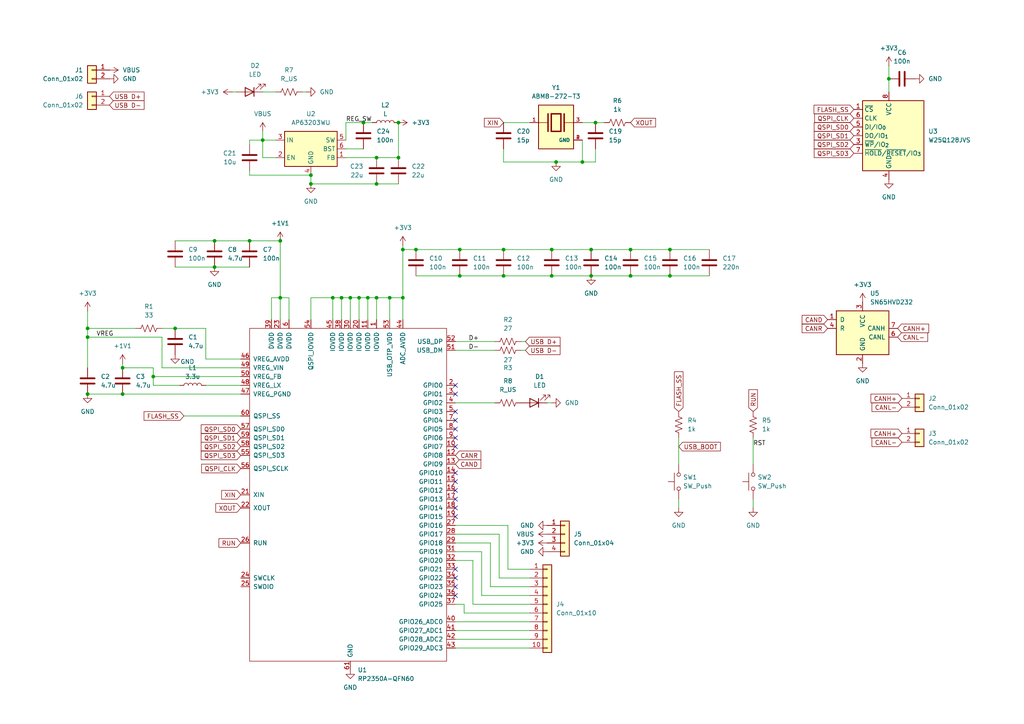
<source format=kicad_sch>
(kicad_sch (version 20250114) (generator "eeschema") (generator_version "9.0")
  (paper "A4")
  (lib_symbols
    (symbol "ABM8-272-T3:ABM8-272-T3" (pin_names (offset 1.016))
      (property "Reference" "Y" (at -5.0878 6.3559 0))
      (property "Value" "ABM8-272-T3" (at -5.0944 -10.16 0))
      (symbol "ABM8-272-T3_0_0"
        (polyline (pts (xy -5.08 0) (xy -2.54 0)) (stroke (width 0.1524)))
        (rectangle (start -5.08 -7.62) (end 5.08 5.08) (stroke (width 0.254)) (fill (type background)))
        (polyline (pts (xy -2.3368 2.54) (xy -2.3368 -2.54)) (stroke (width 0.4064)))
        (polyline (pts (xy -1.397 2.54) (xy -1.397 -2.54)) (stroke (width 0.4064)))
        (polyline (pts (xy -1.397 2.54) (xy 1.397 2.54)) (stroke (width 0.4064)))
        (polyline (pts (xy 1.397 2.54) (xy 1.397 -2.54)) (stroke (width 0.4064)))
        (polyline (pts (xy 1.397 -2.54) (xy -1.397 -2.54)) (stroke (width 0.4064)))
        (polyline (pts (xy 2.3368 2.54) (xy 2.3368 -2.54)) (stroke (width 0.4064)))
        (polyline (pts (xy 2.54 0) (xy 5.08 0)) (stroke (width 0.1524)))
        (pin passive line (at -7.62 0 0) (length 2.54) (name "~") (number "1"))
        (pin passive line (at 7.62 0 180) (length 2.54) (name "~") (number "3"))
        (pin power_in line (at 7.62 -5.08 180) (length 2.54) (name "GND") (number "2"))
        (pin power_in line (at 7.62 -5.08 180) (length 2.54) (name "GND") (number "4"))
      )
    )
    (symbol "Connector_Generic:Conn_01x02" (pin_names (offset 1.016) (hide yes))
      (property "Reference" "J" (at 0 2.54 0))
      (property "Value" "Conn_01x02" (at 0 -5.08 0))
      (symbol "Conn_01x02_1_1"
        (rectangle (start -1.27 1.27) (end 1.27 -3.81) (stroke (width 0.254)) (fill (type background)))
        (rectangle (start -1.27 0.127) (end 0 -0.127) (stroke (width 0.1524)))
        (rectangle (start -1.27 -2.413) (end 0 -2.667) (stroke (width 0.1524)))
        (pin passive line (at -5.08 0 0) (length 3.81) (name "Pin_1") (number "1"))
        (pin passive line (at -5.08 -2.54 0) (length 3.81) (name "Pin_2") (number "2"))
      )
    )
    (symbol "Connector_Generic:Conn_01x04" (pin_names (offset 1.016) (hide yes))
      (property "Reference" "J" (at 0 5.08 0))
      (property "Value" "Conn_01x04" (at 0 -7.62 0))
      (symbol "Conn_01x04_1_1"
        (rectangle (start -1.27 3.81) (end 1.27 -6.35) (stroke (width 0.254)) (fill (type background)))
        (rectangle (start -1.27 2.667) (end 0 2.413) (stroke (width 0.1524)))
        (rectangle (start -1.27 0.127) (end 0 -0.127) (stroke (width 0.1524)))
        (rectangle (start -1.27 -2.413) (end 0 -2.667) (stroke (width 0.1524)))
        (rectangle (start -1.27 -4.953) (end 0 -5.207) (stroke (width 0.1524)))
        (pin passive line (at -5.08 2.54 0) (length 3.81) (name "Pin_1") (number "1"))
        (pin passive line (at -5.08 0 0) (length 3.81) (name "Pin_2") (number "2"))
        (pin passive line (at -5.08 -2.54 0) (length 3.81) (name "Pin_3") (number "3"))
        (pin passive line (at -5.08 -5.08 0) (length 3.81) (name "Pin_4") (number "4"))
      )
    )
    (symbol "Connector_Generic:Conn_01x10" (pin_names (offset 1.016) (hide yes))
      (property "Reference" "J" (at 0 12.7 0))
      (property "Value" "Conn_01x10" (at 0 -15.24 0))
      (symbol "Conn_01x10_1_1"
        (rectangle (start -1.27 11.43) (end 1.27 -13.97) (stroke (width 0.254)) (fill (type background)))
        (rectangle (start -1.27 10.287) (end 0 10.033) (stroke (width 0.1524)))
        (rectangle (start -1.27 7.747) (end 0 7.493) (stroke (width 0.1524)))
        (rectangle (start -1.27 5.207) (end 0 4.953) (stroke (width 0.1524)))
        (rectangle (start -1.27 2.667) (end 0 2.413) (stroke (width 0.1524)))
        (rectangle (start -1.27 0.127) (end 0 -0.127) (stroke (width 0.1524)))
        (rectangle (start -1.27 -2.413) (end 0 -2.667) (stroke (width 0.1524)))
        (rectangle (start -1.27 -4.953) (end 0 -5.207) (stroke (width 0.1524)))
        (rectangle (start -1.27 -7.493) (end 0 -7.747) (stroke (width 0.1524)))
        (rectangle (start -1.27 -10.033) (end 0 -10.287) (stroke (width 0.1524)))
        (rectangle (start -1.27 -12.573) (end 0 -12.827) (stroke (width 0.1524)))
        (pin passive line (at -5.08 10.16 0) (length 3.81) (name "Pin_1") (number "1"))
        (pin passive line (at -5.08 7.62 0) (length 3.81) (name "Pin_2") (number "2"))
        (pin passive line (at -5.08 5.08 0) (length 3.81) (name "Pin_3") (number "3"))
        (pin passive line (at -5.08 2.54 0) (length 3.81) (name "Pin_4") (number "4"))
        (pin passive line (at -5.08 0 0) (length 3.81) (name "Pin_5") (number "5"))
        (pin passive line (at -5.08 -2.54 0) (length 3.81) (name "Pin_6") (number "6"))
        (pin passive line (at -5.08 -5.08 0) (length 3.81) (name "Pin_7") (number "7"))
        (pin passive line (at -5.08 -7.62 0) (length 3.81) (name "Pin_8") (number "8"))
        (pin passive line (at -5.08 -10.16 0) (length 3.81) (name "Pin_9") (number "9"))
        (pin passive line (at -5.08 -12.7 0) (length 3.81) (name "Pin_10") (number "10"))
      )
    )
    (symbol "Device:C" (pin_numbers (hide yes)) (pin_names (offset 0.254))
      (property "Reference" "C" (at 0.635 2.54 0))
      (property "Value" "C" (at 0.635 -2.54 0))
      (symbol "C_0_1"
        (polyline (pts (xy -2.032 0.762) (xy 2.032 0.762)) (stroke (width 0.508)))
        (polyline (pts (xy -2.032 -0.762) (xy 2.032 -0.762)) (stroke (width 0.508)))
      )
      (symbol "C_1_1"
        (pin passive line (at 0 3.81 270) (length 2.794) (name "~") (number "1"))
        (pin passive line (at 0 -3.81 90) (length 2.794) (name "~") (number "2"))
      )
    )
    (symbol "Device:L" (pin_numbers (hide yes)) (pin_names (offset 1.016) (hide yes))
      (property "Reference" "L" (at -1.27 0 90))
      (property "Value" "L" (at 1.905 0 90))
      (symbol "L_0_1"
        (arc (start 0 2.54) (mid 0.6323 1.905) (end 0 1.27))
        (arc (start 0 1.27) (mid 0.6323 0.635) (end 0 0))
        (arc (start 0 0) (mid 0.6323 -0.635) (end 0 -1.27))
        (arc (start 0 -1.27) (mid 0.6323 -1.905) (end 0 -2.54))
      )
      (symbol "L_1_1"
        (pin passive line (at 0 3.81 270) (length 1.27) (name "1") (number "1"))
        (pin passive line (at 0 -3.81 90) (length 1.27) (name "2") (number "2"))
      )
    )
    (symbol "Device:LED" (pin_numbers (hide yes)) (pin_names (offset 1.016) (hide yes))
      (property "Reference" "D" (at 0 2.54 0))
      (property "Value" "LED" (at 0 -2.54 0))
      (symbol "LED_0_1"
        (polyline (pts (xy -3.048 -0.762) (xy -4.572 -2.286) (xy -3.81 -2.286) (xy -4.572 -2.286) (xy -4.572 -1.524)))
        (polyline (pts (xy -1.778 -0.762) (xy -3.302 -2.286) (xy -2.54 -2.286) (xy -3.302 -2.286) (xy -3.302 -1.524)))
        (polyline (pts (xy -1.27 0) (xy 1.27 0)))
        (polyline (pts (xy -1.27 -1.27) (xy -1.27 1.27)) (stroke (width 0.254)))
        (polyline (pts (xy 1.27 -1.27) (xy 1.27 1.27) (xy -1.27 0) (xy 1.27 -1.27)) (stroke (width 0.254)))
      )
      (symbol "LED_1_1"
        (pin passive line (at -3.81 0 0) (length 2.54) (name "K") (number "1"))
        (pin passive line (at 3.81 0 180) (length 2.54) (name "A") (number "2"))
      )
    )
    (symbol "Device:R_US" (pin_numbers (hide yes)) (pin_names (offset 0))
      (property "Reference" "R" (at 2.54 0 90))
      (property "Value" "R_US" (at -2.54 0 90))
      (symbol "R_US_0_1"
        (polyline (pts (xy 0 2.286) (xy 0 2.54)))
        (polyline (pts (xy 0 2.286) (xy 1.016 1.905) (xy 0 1.524) (xy -1.016 1.143) (xy 0 0.762)))
        (polyline (pts (xy 0 0.762) (xy 1.016 0.381) (xy 0 0) (xy -1.016 -0.381) (xy 0 -0.762)))
        (polyline (pts (xy 0 -0.762) (xy 1.016 -1.143) (xy 0 -1.524) (xy -1.016 -1.905) (xy 0 -2.286)))
        (polyline (pts (xy 0 -2.286) (xy 0 -2.54)))
      )
      (symbol "R_US_1_1"
        (pin passive line (at 0 3.81 270) (length 1.27) (name "~") (number "1"))
        (pin passive line (at 0 -3.81 90) (length 1.27) (name "~") (number "2"))
      )
    )
    (symbol "Interface_CAN_LIN:SN65HVD232" (pin_names (offset 1.016))
      (property "Reference" "U" (at -2.54 10.16 0))
      (property "Value" "SN65HVD232" (at -2.54 7.62 0))
      (symbol "SN65HVD232_0_1"
        (rectangle (start -7.62 5.08) (end 7.62 -7.62) (stroke (width 0.254)) (fill (type background)))
      )
      (symbol "SN65HVD232_1_1"
        (pin input line (at -10.16 2.54 0) (length 2.54) (name "D") (number "1"))
        (pin output line (at -10.16 0 0) (length 2.54) (name "R") (number "4"))
        (pin no_connect line (at -7.62 -2.54 0) (length 2.54) (hide yes) (name "NC") (number "5"))
        (pin no_connect line (at -7.62 -5.08 0) (length 2.54) (hide yes) (name "NC") (number "8"))
        (pin power_in line (at 0 7.62 270) (length 2.54) (name "VCC") (number "3"))
        (pin power_in line (at 0 -10.16 90) (length 2.54) (name "GND") (number "2"))
        (pin bidirectional line (at 10.16 0 180) (length 2.54) (name "CANH") (number "7"))
        (pin bidirectional line (at 10.16 -2.54 180) (length 2.54) (name "CANL") (number "6"))
      )
    )
    (symbol "Memory_Flash:W25Q128JVS"
      (property "Reference" "U" (at -6.35 11.43 0))
      (property "Value" "W25Q128JVS" (at 7.62 11.43 0))
      (symbol "W25Q128JVS_0_1"
        (rectangle (start -7.62 10.16) (end 10.16 -10.16) (stroke (width 0.254)) (fill (type background)))
      )
      (symbol "W25Q128JVS_1_1"
        (pin input line (at -10.16 7.62 0) (length 2.54) (name "~{CS}") (number "1"))
        (pin input line (at -10.16 5.08 0) (length 2.54) (name "CLK") (number "6"))
        (pin bidirectional line (at -10.16 2.54 0) (length 2.54) (name "DI/IO_{0}") (number "5"))
        (pin bidirectional line (at -10.16 0 0) (length 2.54) (name "DO/IO_{1}") (number "2"))
        (pin bidirectional line (at -10.16 -2.54 0) (length 2.54) (name "~{WP}/IO_{2}") (number "3"))
        (pin bidirectional line (at -10.16 -5.08 0) (length 2.54) (name "~{HOLD}/~{RESET}/IO_{3}") (number "7"))
        (pin power_in line (at 0 12.7 270) (length 2.54) (name "VCC") (number "8"))
        (pin power_in line (at 0 -12.7 90) (length 2.54) (name "GND") (number "4"))
      )
    )
    (symbol "Regulator_Switching:AP63203WU"
      (property "Reference" "U" (at -7.62 6.35 0))
      (property "Value" "AP63203WU" (at 2.54 6.35 0))
      (symbol "AP63203WU_0_1"
        (rectangle (start -7.62 5.08) (end 7.62 -5.08) (stroke (width 0.254)) (fill (type background)))
      )
      (symbol "AP63203WU_1_1"
        (pin power_in line (at -10.16 2.54 0) (length 2.54) (name "IN") (number "3"))
        (pin input line (at -10.16 -2.54 0) (length 2.54) (name "EN") (number "2"))
        (pin power_in line (at 0 -7.62 90) (length 2.54) (name "GND") (number "4"))
        (pin output line (at 10.16 2.54 180) (length 2.54) (name "SW") (number "5"))
        (pin passive line (at 10.16 0 180) (length 2.54) (name "BST") (number "6"))
        (pin input line (at 10.16 -2.54 180) (length 2.54) (name "FB") (number "1"))
      )
    )
    (symbol "Switch:SW_Push" (pin_numbers (hide yes)) (pin_names (offset 1.016) (hide yes))
      (property "Reference" "SW2" (at 0 7.62 0))
      (property "Value" "SW_Push" (at 0 5.08 0))
      (symbol "SW_Push_0_1"
        (circle (center -2.032 0) (radius 0.508))
        (polyline (pts (xy 0 1.27) (xy 0 3.048)))
        (circle (center 2.032 0) (radius 0.508))
        (polyline (pts (xy 2.54 1.27) (xy -2.54 1.27)))
      )
      (symbol "SW_Push_1_1"
        (pin passive line (at -5.08 0 0) (length 2.54) (name "1") (number "1_1") (alternate "1_1" passive line))
        (pin passive line (at 5.08 0 180) (length 2.54) (name "2") (number "2_1"))
      )
    )
    (symbol "power:+1V1" (power) (pin_numbers (hide yes)) (pin_names (offset 0) (hide yes))
      (property "Value" "+1V1" (at 0 3.556 0))
      (symbol "+1V1_0_1"
        (polyline (pts (xy -0.762 1.27) (xy 0 2.54)))
        (polyline (pts (xy 0 2.54) (xy 0.762 1.27)))
        (polyline (pts (xy 0 0) (xy 0 2.54)))
      )
      (symbol "+1V1_1_1"
        (pin power_in line (at 0 0 90) (length 0) (name "~") (number "1"))
      )
    )
    (symbol "power:+3V3" (power) (pin_numbers (hide yes)) (pin_names (offset 0) (hide yes))
      (property "Value" "+3V3" (at 0 3.556 0))
      (symbol "+3V3_0_1"
        (polyline (pts (xy -0.762 1.27) (xy 0 2.54)))
        (polyline (pts (xy 0 2.54) (xy 0.762 1.27)))
        (polyline (pts (xy 0 0) (xy 0 2.54)))
      )
      (symbol "+3V3_1_1"
        (pin power_in line (at 0 0 90) (length 0) (name "~") (number "1"))
      )
    )
    (symbol "power:GND" (power) (pin_numbers (hide yes)) (pin_names (offset 0) (hide yes))
      (property "Value" "GND" (at 0 -3.81 0))
      (symbol "GND_0_1"
        (polyline (pts (xy 0 0) (xy 0 -1.27) (xy 1.27 -1.27) (xy 0 -2.54) (xy -1.27 -1.27) (xy 0 -1.27)))
      )
      (symbol "GND_1_1"
        (pin power_in line (at 0 0 270) (length 0) (name "~") (number "1"))
      )
    )
    (symbol "power:VBUS" (power) (pin_numbers (hide yes)) (pin_names (offset 0) (hide yes))
      (property "Value" "VBUS" (at 0 3.556 0))
      (symbol "VBUS_0_1"
        (polyline (pts (xy -0.762 1.27) (xy 0 2.54)))
        (polyline (pts (xy 0 2.54) (xy 0.762 1.27)))
        (polyline (pts (xy 0 0) (xy 0 2.54)))
      )
      (symbol "VBUS_1_1"
        (pin power_in line (at 0 0 90) (length 0) (name "~") (number "1"))
      )
    )
    (symbol "rp2350a-qfn60:RP2350A-QFN60" (pin_names (offset 1.016))
      (property "Reference" "U" (at 0 -1.27 0))
      (property "Value" "RP2350A-QFN60" (at 0 1.27 0))
      (symbol "RP2350A-QFN60_0_1"
        (rectangle (start -29.21 44.45) (end 27.94 -52.07))
      )
      (symbol "RP2350A-QFN60_1_0"
        (pin passive line (at 0 -54.61 90) (length 2.54) (name "GND") (number "61"))
      )
      (symbol "RP2350A-QFN60_1_1"
        (pin power_in line (at -31.75 35.56 0) (length 2.54) (name "VREG_AVDD") (number "46"))
        (pin power_in line (at -31.75 33.02 0) (length 2.54) (name "VREG_VIN") (number "49"))
        (pin power_in line (at -31.75 30.48 0) (length 2.54) (name "VREG_FB") (number "50"))
        (pin power_out line (at -31.75 27.94 0) (length 2.54) (name "VREG_LX") (number "48"))
        (pin input line (at -31.75 25.4 0) (length 2.54) (name "VREG_PGND") (number "47"))
        (pin bidirectional line (at -31.75 19.05 0) (length 2.54) (name "QSPI_SS") (number "60"))
        (pin bidirectional line (at -31.75 15.24 0) (length 2.54) (name "QSPI_SD0") (number "57"))
        (pin bidirectional line (at -31.75 12.7 0) (length 2.54) (name "QSPI_SD1") (number "59"))
        (pin bidirectional line (at -31.75 10.16 0) (length 2.54) (name "QSPI_SD2") (number "58"))
        (pin bidirectional line (at -31.75 7.62 0) (length 2.54) (name "QSPI_SD3") (number "55"))
        (pin bidirectional line (at -31.75 3.81 0) (length 2.54) (name "QSPI_SCLK") (number "56"))
        (pin input line (at -31.75 -3.81 0) (length 2.54) (name "XIN") (number "21"))
        (pin output line (at -31.75 -7.62 0) (length 2.54) (name "XOUT") (number "22"))
        (pin input line (at -31.75 -17.78 0) (length 2.54) (name "RUN") (number "26"))
        (pin input line (at -31.75 -27.94 0) (length 2.54) (name "SWCLK") (number "24"))
        (pin bidirectional line (at -31.75 -30.48 0) (length 2.54) (name "SWDIO") (number "25"))
        (pin power_in line (at -22.86 46.99 270) (length 2.54) (name "DVDD") (number "39"))
        (pin power_in line (at -20.32 46.99 270) (length 2.54) (name "DVDD") (number "23"))
        (pin power_in line (at -17.78 46.99 270) (length 2.54) (name "DVDD") (number "6"))
        (pin power_in line (at -11.43 46.99 270) (length 2.54) (name "QSPI_IOVDD") (number "54"))
        (pin power_in line (at -5.08 46.99 270) (length 2.54) (name "IOVDD") (number "45"))
        (pin power_in line (at -2.54 46.99 270) (length 2.54) (name "IOVDD") (number "38"))
        (pin power_in line (at 0 46.99 270) (length 2.54) (name "IOVDD") (number "30"))
        (pin power_in line (at 2.54 46.99 270) (length 2.54) (name "IOVDD") (number "20"))
        (pin power_in line (at 5.08 46.99 270) (length 2.54) (name "IOVDD") (number "11"))
        (pin power_in line (at 7.62 46.99 270) (length 2.54) (name "IOVDD") (number "1"))
        (pin power_in line (at 11.43 46.99 270) (length 2.54) (name "USB_OTP_VDD") (number "53"))
        (pin power_in line (at 15.24 46.99 270) (length 2.54) (name "ADC_AVDD") (number "44"))
        (pin bidirectional line (at 30.48 40.64 180) (length 2.54) (name "USB_DP") (number "52"))
        (pin bidirectional line (at 30.48 38.1 180) (length 2.54) (name "USB_DM") (number "51"))
        (pin bidirectional line (at 30.48 27.94 180) (length 2.54) (name "GPIO0") (number "2"))
        (pin bidirectional line (at 30.48 25.4 180) (length 2.54) (name "GPIO1") (number "3"))
        (pin bidirectional line (at 30.48 22.86 180) (length 2.54) (name "GPIO2") (number "4"))
        (pin bidirectional line (at 30.48 20.32 180) (length 2.54) (name "GPIO3") (number "5"))
        (pin bidirectional line (at 30.48 17.78 180) (length 2.54) (name "GPIO4") (number "7"))
        (pin bidirectional line (at 30.48 15.24 180) (length 2.54) (name "GPIO5") (number "8"))
        (pin bidirectional line (at 30.48 12.7 180) (length 2.54) (name "GPIO6") (number "9"))
        (pin bidirectional line (at 30.48 10.16 180) (length 2.54) (name "GPIO7") (number "10"))
        (pin bidirectional line (at 30.48 7.62 180) (length 2.54) (name "GPIO8") (number "12"))
        (pin bidirectional line (at 30.48 5.08 180) (length 2.54) (name "GPIO9") (number "13"))
        (pin bidirectional line (at 30.48 2.54 180) (length 2.54) (name "GPIO10") (number "14"))
        (pin bidirectional line (at 30.48 0 180) (length 2.54) (name "GPIO11") (number "15"))
        (pin bidirectional line (at 30.48 -2.54 180) (length 2.54) (name "GPIO12") (number "16"))
        (pin bidirectional line (at 30.48 -5.08 180) (length 2.54) (name "GPIO13") (number "17"))
        (pin bidirectional line (at 30.48 -7.62 180) (length 2.54) (name "GPIO14") (number "18"))
        (pin bidirectional line (at 30.48 -10.16 180) (length 2.54) (name "GPIO15") (number "19"))
        (pin bidirectional line (at 30.48 -12.7 180) (length 2.54) (name "GPIO16") (number "27"))
        (pin bidirectional line (at 30.48 -15.24 180) (length 2.54) (name "GPIO17") (number "28"))
        (pin bidirectional line (at 30.48 -17.78 180) (length 2.54) (name "GPIO18") (number "29"))
        (pin bidirectional line (at 30.48 -20.32 180) (length 2.54) (name "GPIO19") (number "31"))
        (pin bidirectional line (at 30.48 -22.86 180) (length 2.54) (name "GPIO20") (number "32"))
        (pin bidirectional line (at 30.48 -25.4 180) (length 2.54) (name "GPIO21") (number "33"))
        (pin bidirectional line (at 30.48 -27.94 180) (length 2.54) (name "GPIO22") (number "34"))
        (pin bidirectional line (at 30.48 -30.48 180) (length 2.54) (name "GPIO23") (number "35"))
        (pin bidirectional line (at 30.48 -33.02 180) (length 2.54) (name "GPIO24") (number "36"))
        (pin bidirectional line (at 30.48 -35.56 180) (length 2.54) (name "GPIO25") (number "37"))
        (pin bidirectional line (at 30.48 -40.64 180) (length 2.54) (name "GPIO26_ADC0") (number "40"))
        (pin bidirectional line (at 30.48 -43.18 180) (length 2.54) (name "GPIO27_ADC1") (number "41"))
        (pin bidirectional line (at 30.48 -45.72 180) (length 2.54) (name "GPIO28_ADC2") (number "42"))
        (pin bidirectional line (at 30.48 -48.26 180) (length 2.54) (name "GPIO29_ADC3") (number "43"))
      )
    )
  )
  (junction (at 115.57 35.56))
  (junction (at 172.72 35.56))
  (junction (at 62.23 69.85))
  (junction (at 109.22 86.36))
  (junction (at 116.84 72.39))
  (junction (at 62.23 77.47))
  (junction (at 96.52 86.36))
  (junction (at 146.05 80.01))
  (junction (at 101.6 86.36))
  (junction (at 116.84 86.36))
  (junction (at 90.17 53.34))
  (junction (at 113.03 86.36))
  (junction (at 160.02 80.01))
  (junction (at 109.22 53.34))
  (junction (at 81.28 69.85))
  (junction (at 81.28 86.36))
  (junction (at 133.35 80.01))
  (junction (at 76.2 40.64))
  (junction (at 133.35 72.39))
  (junction (at 35.56 106.68))
  (junction (at 44.45 109.22))
  (junction (at 194.31 80.01))
  (junction (at 171.45 72.39))
  (junction (at 146.05 72.39))
  (junction (at 50.8 95.25))
  (junction (at 109.22 45.72))
  (junction (at 106.68 86.36))
  (junction (at 104.14 86.36))
  (junction (at 35.56 114.3))
  (junction (at 25.4 114.3))
  (junction (at 25.4 97.79))
  (junction (at 105.41 35.56))
  (junction (at 25.4 95.25))
  (junction (at 99.06 86.36))
  (junction (at 115.57 45.72))
  (junction (at 257.81 22.86))
  (junction (at 120.65 72.39))
  (junction (at 171.45 80.01))
  (junction (at 160.02 72.39))
  (junction (at 194.31 72.39))
  (junction (at 90.17 50.8))
  (junction (at 182.88 72.39))
  (junction (at 182.88 80.01))
  (junction (at 72.39 69.85))
  (junction (at 168.91 46.99))
  (junction (at 161.29 46.99))
  (no_connect (at 132.08 142.24))
  (no_connect (at 132.08 127))
  (no_connect (at 132.08 167.64))
  (no_connect (at 132.08 129.54))
  (no_connect (at 132.08 149.86))
  (no_connect (at 132.08 139.7))
  (no_connect (at 132.08 147.32))
  (no_connect (at 132.08 137.16))
  (no_connect (at 132.08 111.76))
  (no_connect (at 132.08 144.78))
  (no_connect (at 132.08 124.46))
  (no_connect (at 132.08 114.3))
  (no_connect (at 132.08 172.72))
  (no_connect (at 132.08 119.38))
  (no_connect (at 132.08 165.1))
  (no_connect (at 132.08 170.18))
  (no_connect (at 132.08 121.92))
  (wire (pts (xy 44.45 109.22) (xy 44.45 111.76)))
  (wire (pts (xy 81.28 86.36) (xy 81.28 92.71)))
  (wire (pts (xy 69.85 104.14) (xy 59.69 104.14)))
  (wire (pts (xy 109.22 53.34) (xy 115.57 53.34)))
  (wire (pts (xy 257.81 19.05) (xy 257.81 22.86)))
  (wire (pts (xy 62.23 69.85) (xy 72.39 69.85)))
  (wire (pts (xy 134.62 177.8) (xy 153.67 177.8)))
  (wire (pts (xy 194.31 72.39) (xy 205.74 72.39)))
  (wire (pts (xy 59.69 111.76) (xy 69.85 111.76)))
  (wire (pts (xy 109.22 86.36) (xy 109.22 92.71)))
  (wire (pts (xy 116.84 72.39) (xy 120.65 72.39)))
  (wire (pts (xy 81.28 86.36) (xy 83.82 86.36)))
  (wire (pts (xy 67.31 26.67) (xy 68.58 26.67)))
  (wire (pts (xy 143.51 99.06) (xy 132.08 99.06)))
  (wire (pts (xy 25.4 97.79) (xy 25.4 95.25)))
  (wire (pts (xy 90.17 53.34) (xy 109.22 53.34)))
  (wire (pts (xy 101.6 86.36) (xy 101.6 92.71)))
  (wire (pts (xy 106.68 86.36) (xy 109.22 86.36)))
  (wire (pts (xy 257.81 22.86) (xy 257.81 26.67)))
  (wire (pts (xy 46.99 106.68) (xy 69.85 106.68)))
  (wire (pts (xy 146.05 46.99) (xy 161.29 46.99)))
  (wire (pts (xy 147.32 152.4) (xy 147.32 165.1)))
  (wire (pts (xy 142.24 157.48) (xy 142.24 170.18)))
  (wire (pts (xy 115.57 35.56) (xy 115.57 45.72)))
  (wire (pts (xy 133.35 80.01) (xy 146.05 80.01)))
  (wire (pts (xy 182.88 80.01) (xy 194.31 80.01)))
  (wire (pts (xy 160.02 80.01) (xy 171.45 80.01)))
  (wire (pts (xy 113.03 86.36) (xy 113.03 92.71)))
  (wire (pts (xy 147.32 165.1) (xy 153.67 165.1)))
  (wire (pts (xy 99.06 86.36) (xy 101.6 86.36)))
  (wire (pts (xy 59.69 104.14) (xy 59.69 95.25)))
  (wire (pts (xy 104.14 86.36) (xy 106.68 86.36)))
  (wire (pts (xy 116.84 72.39) (xy 116.84 86.36)))
  (wire (pts (xy 160.02 72.39) (xy 171.45 72.39)))
  (wire (pts (xy 99.06 86.36) (xy 99.06 92.71)))
  (wire (pts (xy 132.08 162.56) (xy 137.16 162.56)))
  (wire (pts (xy 35.56 106.68) (xy 44.45 106.68)))
  (wire (pts (xy 172.72 46.99) (xy 168.91 46.99)))
  (wire (pts (xy 106.68 86.36) (xy 106.68 92.71)))
  (wire (pts (xy 62.23 77.47) (xy 72.39 77.47)))
  (wire (pts (xy 50.8 95.25) (xy 46.99 95.25)))
  (wire (pts (xy 44.45 111.76) (xy 52.07 111.76)))
  (wire (pts (xy 35.56 114.3) (xy 69.85 114.3)))
  (wire (pts (xy 76.2 38.1) (xy 76.2 40.64)))
  (wire (pts (xy 72.39 41.91) (xy 72.39 40.64)))
  (wire (pts (xy 53.34 120.65) (xy 69.85 120.65)))
  (wire (pts (xy 120.65 80.01) (xy 133.35 80.01)))
  (wire (pts (xy 72.39 49.53) (xy 72.39 50.8)))
  (wire (pts (xy 139.7 172.72) (xy 153.67 172.72)))
  (wire (pts (xy 146.05 72.39) (xy 160.02 72.39)))
  (wire (pts (xy 50.8 77.47) (xy 62.23 77.47)))
  (wire (pts (xy 146.05 35.56) (xy 153.67 35.56)))
  (wire (pts (xy 168.91 35.56) (xy 172.72 35.56)))
  (wire (pts (xy 142.24 170.18) (xy 153.67 170.18)))
  (wire (pts (xy 80.01 45.72) (xy 76.2 45.72)))
  (wire (pts (xy 105.41 35.56) (xy 107.95 35.56)))
  (wire (pts (xy 132.08 182.88) (xy 153.67 182.88)))
  (wire (pts (xy 109.22 45.72) (xy 115.57 45.72)))
  (wire (pts (xy 132.08 154.94) (xy 144.78 154.94)))
  (wire (pts (xy 25.4 114.3) (xy 35.56 114.3)))
  (wire (pts (xy 104.14 86.36) (xy 104.14 92.71)))
  (wire (pts (xy 132.08 185.42) (xy 153.67 185.42)))
  (wire (pts (xy 25.4 90.17) (xy 25.4 95.25)))
  (wire (pts (xy 100.33 35.56) (xy 105.41 35.56)))
  (wire (pts (xy 25.4 95.25) (xy 39.37 95.25)))
  (wire (pts (xy 116.84 86.36) (xy 116.84 92.71)))
  (wire (pts (xy 158.75 116.84) (xy 160.02 116.84)))
  (wire (pts (xy 218.44 144.78) (xy 218.44 147.32)))
  (wire (pts (xy 144.78 167.64) (xy 153.67 167.64)))
  (wire (pts (xy 72.39 50.8) (xy 90.17 50.8)))
  (wire (pts (xy 96.52 86.36) (xy 96.52 92.71)))
  (wire (pts (xy 46.99 97.79) (xy 25.4 97.79)))
  (wire (pts (xy 72.39 69.85) (xy 81.28 69.85)))
  (wire (pts (xy 113.03 86.36) (xy 116.84 86.36)))
  (wire (pts (xy 132.08 180.34) (xy 153.67 180.34)))
  (wire (pts (xy 100.33 45.72) (xy 109.22 45.72)))
  (wire (pts (xy 161.29 46.99) (xy 168.91 46.99)))
  (wire (pts (xy 132.08 157.48) (xy 142.24 157.48)))
  (wire (pts (xy 44.45 109.22) (xy 69.85 109.22)))
  (wire (pts (xy 171.45 80.01) (xy 182.88 80.01)))
  (wire (pts (xy 116.84 71.12) (xy 116.84 72.39)))
  (wire (pts (xy 172.72 35.56) (xy 175.26 35.56)))
  (wire (pts (xy 90.17 86.36) (xy 96.52 86.36)))
  (wire (pts (xy 132.08 187.96) (xy 153.67 187.96)))
  (wire (pts (xy 151.13 101.6) (xy 152.4 101.6)))
  (wire (pts (xy 132.08 152.4) (xy 147.32 152.4)))
  (wire (pts (xy 182.88 72.39) (xy 194.31 72.39)))
  (wire (pts (xy 100.33 43.18) (xy 105.41 43.18)))
  (wire (pts (xy 78.74 92.71) (xy 78.74 86.36)))
  (wire (pts (xy 196.85 144.78) (xy 196.85 147.32)))
  (wire (pts (xy 146.05 43.18) (xy 146.05 46.99)))
  (wire (pts (xy 132.08 160.02) (xy 139.7 160.02)))
  (wire (pts (xy 76.2 26.67) (xy 80.01 26.67)))
  (wire (pts (xy 172.72 43.18) (xy 172.72 46.99)))
  (wire (pts (xy 59.69 95.25) (xy 50.8 95.25)))
  (wire (pts (xy 139.7 160.02) (xy 139.7 172.72)))
  (wire (pts (xy 120.65 72.39) (xy 133.35 72.39)))
  (wire (pts (xy 168.91 46.99) (xy 168.91 40.64)))
  (wire (pts (xy 137.16 175.26) (xy 153.67 175.26)))
  (wire (pts (xy 196.85 127) (xy 196.85 134.62)))
  (wire (pts (xy 146.05 80.01) (xy 160.02 80.01)))
  (wire (pts (xy 137.16 162.56) (xy 137.16 175.26)))
  (wire (pts (xy 134.62 175.26) (xy 134.62 177.8)))
  (wire (pts (xy 25.4 97.79) (xy 25.4 106.68)))
  (wire (pts (xy 144.78 154.94) (xy 144.78 167.64)))
  (wire (pts (xy 44.45 106.68) (xy 44.45 109.22)))
  (wire (pts (xy 132.08 175.26) (xy 134.62 175.26)))
  (wire (pts (xy 100.33 40.64) (xy 100.33 35.56)))
  (wire (pts (xy 171.45 72.39) (xy 182.88 72.39)))
  (wire (pts (xy 72.39 40.64) (xy 76.2 40.64)))
  (wire (pts (xy 90.17 92.71) (xy 90.17 86.36)))
  (wire (pts (xy 78.74 86.36) (xy 81.28 86.36)))
  (wire (pts (xy 109.22 86.36) (xy 113.03 86.36)))
  (wire (pts (xy 96.52 86.36) (xy 99.06 86.36)))
  (wire (pts (xy 76.2 45.72) (xy 76.2 40.64)))
  (wire (pts (xy 101.6 86.36) (xy 104.14 86.36)))
  (wire (pts (xy 194.31 80.01) (xy 205.74 80.01)))
  (wire (pts (xy 81.28 69.85) (xy 81.28 86.36)))
  (wire (pts (xy 35.56 105.41) (xy 35.56 106.68)))
  (wire (pts (xy 143.51 101.6) (xy 132.08 101.6)))
  (wire (pts (xy 132.08 116.84) (xy 143.51 116.84)))
  (wire (pts (xy 90.17 50.8) (xy 90.17 53.34)))
  (wire (pts (xy 83.82 86.36) (xy 83.82 92.71)))
  (wire (pts (xy 133.35 72.39) (xy 146.05 72.39)))
  (wire (pts (xy 218.44 127) (xy 218.44 134.62)))
  (wire (pts (xy 76.2 40.64) (xy 80.01 40.64)))
  (wire (pts (xy 87.63 26.67) (xy 88.9 26.67)))
  (wire (pts (xy 50.8 69.85) (xy 62.23 69.85)))
  (wire (pts (xy 151.13 99.06) (xy 152.4 99.06)))
  (wire (pts (xy 46.99 97.79) (xy 46.99 106.68)))
  (label "RST" (at 218.44 129.54 0))
  (label "REG_SW" (at 100.33 35.56 0))
  (label "VREG" (at 27.94 97.79 0))
  (label "D-" (at 135.89 101.6 0))
  (label "D+" (at 135.89 99.06 0))
  (global_label "CANR" (shape input) (at 240.03 95.25 180) (property "Intersheetrefs" "${INTERSHEET_REFS}" (effects (hide yes))))
  (global_label "RUN" (shape input) (at 69.85 157.48 180) (property "Intersheetrefs" "${INTERSHEET_REFS}" (effects (hide yes))))
  (global_label "CANL-" (shape input) (at 260.35 97.79 0) (property "Intersheetrefs" "${INTERSHEET_REFS}" (effects (hide yes))))
  (global_label "RUN" (shape input) (at 218.44 119.38 90) (property "Intersheetrefs" "${INTERSHEET_REFS}" (effects (hide yes))))
  (global_label "QSPI_SD1" (shape input) (at 69.85 127 180) (property "Intersheetrefs" "${INTERSHEET_REFS}" (effects (hide yes))))
  (global_label "USB D-" (shape input) (at 152.4 101.6 0) (property "Intersheetrefs" "${INTERSHEET_REFS}" (effects (hide yes))))
  (global_label "CANH+" (shape input) (at 261.62 125.73 180) (property "Intersheetrefs" "${INTERSHEET_REFS}" (effects (hide yes))))
  (global_label "XOUT" (shape input) (at 69.85 147.32 180) (property "Intersheetrefs" "${INTERSHEET_REFS}" (effects (hide yes))))
  (global_label "XOUT" (shape input) (at 182.88 35.56 0) (property "Intersheetrefs" "${INTERSHEET_REFS}" (effects (hide yes))))
  (global_label "QSPI_SD0" (shape input) (at 247.65 36.83 180) (property "Intersheetrefs" "${INTERSHEET_REFS}" (effects (hide yes))))
  (global_label "CANH+" (shape input) (at 261.62 115.57 180) (property "Intersheetrefs" "${INTERSHEET_REFS}" (effects (hide yes))))
  (global_label "QSPI_SD3" (shape input) (at 247.65 44.45 180) (property "Intersheetrefs" "${INTERSHEET_REFS}" (effects (hide yes))))
  (global_label "QSPI_SD2" (shape input) (at 69.85 129.54 180) (property "Intersheetrefs" "${INTERSHEET_REFS}" (effects (hide yes))))
  (global_label "QSPI_SD2" (shape input) (at 247.65 41.91 180) (property "Intersheetrefs" "${INTERSHEET_REFS}" (effects (hide yes))))
  (global_label "CANR" (shape input) (at 132.08 132.08 0) (property "Intersheetrefs" "${INTERSHEET_REFS}" (effects (hide yes))))
  (global_label "CANL-" (shape input) (at 261.62 128.27 180) (property "Intersheetrefs" "${INTERSHEET_REFS}" (effects (hide yes))))
  (global_label "USB_BOOT" (shape input) (at 196.85 129.54 0) (property "Intersheetrefs" "${INTERSHEET_REFS}" (effects (hide yes))))
  (global_label "FLASH_SS" (shape input) (at 247.65 31.75 180) (property "Intersheetrefs" "${INTERSHEET_REFS}" (effects (hide yes))))
  (global_label "USB D+" (shape input) (at 152.4 99.06 0) (property "Intersheetrefs" "${INTERSHEET_REFS}" (effects (hide yes))))
  (global_label "USB D+" (shape input) (at 31.75 27.94 0) (property "Intersheetrefs" "${INTERSHEET_REFS}" (effects (hide yes))))
  (global_label "XIN" (shape input) (at 146.05 35.56 180) (property "Intersheetrefs" "${INTERSHEET_REFS}" (effects (hide yes))))
  (global_label "FLASH_SS" (shape input) (at 196.85 119.38 90) (property "Intersheetrefs" "${INTERSHEET_REFS}" (effects (hide yes))))
  (global_label "CAND" (shape input) (at 240.03 92.71 180) (property "Intersheetrefs" "${INTERSHEET_REFS}" (effects (hide yes))))
  (global_label "XIN" (shape input) (at 69.85 143.51 180) (property "Intersheetrefs" "${INTERSHEET_REFS}" (effects (hide yes))))
  (global_label "QSPI_SD3" (shape input) (at 69.85 132.08 180) (property "Intersheetrefs" "${INTERSHEET_REFS}" (effects (hide yes))))
  (global_label "QSPI_SD0" (shape input) (at 69.85 124.46 180) (property "Intersheetrefs" "${INTERSHEET_REFS}" (effects (hide yes))))
  (global_label "QSPI_SD1" (shape input) (at 247.65 39.37 180) (property "Intersheetrefs" "${INTERSHEET_REFS}" (effects (hide yes))))
  (global_label "CAND" (shape input) (at 132.08 134.62 0) (property "Intersheetrefs" "${INTERSHEET_REFS}" (effects (hide yes))))
  (global_label "CANL-" (shape input) (at 261.62 118.11 180) (property "Intersheetrefs" "${INTERSHEET_REFS}" (effects (hide yes))))
  (global_label "CANH+" (shape input) (at 260.35 95.25 0) (property "Intersheetrefs" "${INTERSHEET_REFS}" (effects (hide yes))))
  (global_label "QSPI_CLK" (shape input) (at 69.85 135.89 180) (property "Intersheetrefs" "${INTERSHEET_REFS}" (effects (hide yes))))
  (global_label "FLASH_SS" (shape input) (at 53.34 120.65 180) (property "Intersheetrefs" "${INTERSHEET_REFS}" (effects (hide yes))))
  (global_label "USB D-" (shape input) (at 31.75 30.48 0) (property "Intersheetrefs" "${INTERSHEET_REFS}" (effects (hide yes))))
  (global_label "QSPI_CLK" (shape input) (at 247.65 34.29 180) (property "Intersheetrefs" "${INTERSHEET_REFS}" (effects (hide yes))))
  (symbol (lib_id "power:+1V1") (at 35.56 105.41 0) (unit 1)
    (property "Reference" "#PWR04" (effects (hide yes)))
    (property "Value" "+1V1" (at 35.56 100.33 0))
    (property "Description" "Power symbol creates a global label with name \"+1V1\"" (effects (hide yes)))
  )
  (symbol (lib_id "Device:C") (at 146.05 76.2 0) (unit 1)
    (property "Reference" "C12" (at 149.86 74.9299 0) (effects (justify left)))
    (property "Value" "100n" (at 149.86 77.4699 0) (effects (justify left)))
    (property "Footprint" "Capacitor_SMD:C_0603_1608Metric" (effects (hide yes)))
    (property "Description" "Unpolarized capacitor" (effects (hide yes)))
  )
  (symbol (lib_id "power:GND") (at 196.85 147.32 0) (unit 1)
    (property "Reference" "#PWR016" (effects (hide yes)))
    (property "Value" "GND" (at 196.85 152.4 0))
    (property "Description" "Power symbol creates a global label with name \"GND\" , ground" (effects (hide yes)))
  )
  (symbol (lib_id "power:VBUS") (at 31.75 20.32 270) (unit 1)
    (property "Reference" "#PWR07" (effects (hide yes)))
    (property "Value" "VBUS" (at 35.56 20.3199 90) (effects (justify left)))
    (property "Description" "Power symbol creates a global label with name \"VBUS\"" (effects (hide yes)))
  )
  (symbol (lib_id "power:GND") (at 160.02 116.84 90) (unit 1)
    (property "Reference" "#PWR027" (effects (hide yes)))
    (property "Value" "GND" (at 163.83 116.8399 90) (effects (justify right)))
    (property "Description" "Power symbol creates a global label with name \"GND\" , ground" (effects (hide yes)))
  )
  (symbol (lib_id "Device:C") (at 115.57 49.53 180) (unit 1)
    (property "Reference" "C22" (at 119.38 48.2599 0) (effects (justify right)))
    (property "Value" "22u" (at 119.38 50.7999 0) (effects (justify right)))
    (property "Footprint" "Capacitor_SMD:C_0603_1608Metric" (effects (hide yes)))
    (property "Description" "Unpolarized capacitor" (effects (hide yes)))
  )
  (symbol (lib_id "power:GND") (at 158.75 152.4 270) (unit 1)
    (property "Reference" "#PWR023" (effects (hide yes)))
    (property "Value" "GND" (at 154.94 152.3999 90) (effects (justify right)))
    (property "Description" "Power symbol creates a global label with name \"GND\" , ground" (effects (hide yes)))
  )
  (symbol (lib_id "rp2350a-qfn60:RP2350A-QFN60") (at 101.6 139.7 0) (unit 1)
    (property "Reference" "U1" (at 103.7433 194.31 0) (effects (justify left)))
    (property "Value" "RP2350A-QFN60" (at 103.7433 196.85 0) (effects (justify left)))
    (property "Footprint" "ProjectLibrary:RP2350A_QFN-60_EP_7.75x7.75_Pitch0.4mm" (effects (hide yes)))
  )
  (symbol (lib_id "power:+1V1") (at 81.28 69.85 0) (unit 1)
    (property "Reference" "#PWR013" (effects (hide yes)))
    (property "Value" "+1V1" (at 81.28 64.77 0))
    (property "Description" "Power symbol creates a global label with name \"+1V1\"" (effects (hide yes)))
  )
  (symbol (lib_id "Device:R_US") (at 179.07 35.56 90) (unit 1)
    (property "Reference" "R6" (at 179.07 29.21 90))
    (property "Value" "1k" (at 179.07 31.75 90))
    (property "Footprint" "Resistor_SMD:R_0603_1608Metric" (effects (hide yes)))
    (property "Description" "Resistor, US symbol" (effects (hide yes)))
  )
  (symbol (lib_id "Interface_CAN_LIN:SN65HVD232") (at 250.19 95.25 0) (unit 1)
    (property "Reference" "U5" (at 252.3333 85.09 0) (effects (justify left)))
    (property "Value" "SN65HVD232" (at 252.3333 87.63 0) (effects (justify left)))
    (property "Footprint" "Package_SO:SOIC-8_3.9x4.9mm_P1.27mm" (effects (hide yes)))
    (property "Datasheet" "http://www.ti.com/lit/ds/symlink/sn65hvd230.pdf" (effects (hide yes)))
    (property "Description" "CAN Bus Transceivers, 3.3V, 1Mbps, SOIC-8" (effects (hide yes)))
  )
  (symbol (lib_id "Connector_Generic:Conn_01x02") (at 266.7 115.57 0) (unit 1)
    (property "Reference" "J2" (at 269.24 115.5699 0) (effects (justify left)))
    (property "Value" "Conn_01x02" (at 269.24 118.1099 0) (effects (justify left)))
    (property "Footprint" "Connector_JST:JST_GH_SM02B-GHS-TB_1x02-1MP_P1.25mm_Horizontal" (effects (hide yes)))
    (property "Description" "Generic connector, single row, 01x02, script generated (kicad-library-utils/schlib/autogen/connector/)" (effects (hide yes)))
  )
  (symbol (lib_id "Device:C") (at 194.31 76.2 0) (unit 1)
    (property "Reference" "C16" (at 198.12 74.9299 0) (effects (justify left)))
    (property "Value" "100n" (at 198.12 77.4699 0) (effects (justify left)))
    (property "Footprint" "Capacitor_SMD:C_0603_1608Metric" (effects (hide yes)))
    (property "Description" "Unpolarized capacitor" (effects (hide yes)))
  )
  (symbol (lib_id "Device:C") (at 50.8 73.66 0) (unit 1)
    (property "Reference" "C9" (at 54.61 72.3899 0) (effects (justify left)))
    (property "Value" "100n" (at 54.61 74.9299 0) (effects (justify left)))
    (property "Footprint" "Capacitor_SMD:C_0603_1608Metric" (effects (hide yes)))
    (property "Description" "Unpolarized capacitor" (effects (hide yes)))
  )
  (symbol (lib_id "power:+3V3") (at 158.75 157.48 90) (unit 1)
    (property "Reference" "#PWR024" (effects (hide yes)))
    (property "Value" "+3V3" (at 154.94 157.4799 90) (effects (justify left)))
    (property "Description" "Power symbol creates a global label with name \"+3V3\"" (effects (hide yes)))
  )
  (symbol (lib_id "Device:C") (at 133.35 76.2 0) (unit 1)
    (property "Reference" "C11" (at 137.16 74.9299 0) (effects (justify left)))
    (property "Value" "100n" (at 137.16 77.4699 0) (effects (justify left)))
    (property "Footprint" "Capacitor_SMD:C_0603_1608Metric" (effects (hide yes)))
    (property "Description" "Unpolarized capacitor" (effects (hide yes)))
  )
  (symbol (lib_id "Device:C") (at 72.39 45.72 0) (mirror y) (unit 1)
    (property "Reference" "C21" (at 68.58 44.4499 0) (effects (justify left)))
    (property "Value" "10u" (at 68.58 46.9899 0) (effects (justify left)))
    (property "Footprint" "Capacitor_SMD:C_0603_1608Metric" (effects (hide yes)))
    (property "Description" "Unpolarized capacitor" (effects (hide yes)))
  )
  (symbol (lib_id "power:GND") (at 88.9 26.67 90) (unit 1)
    (property "Reference" "#PWR026" (effects (hide yes)))
    (property "Value" "GND" (at 92.71 26.6699 90) (effects (justify right)))
    (property "Description" "Power symbol creates a global label with name \"GND\" , ground" (effects (hide yes)))
  )
  (symbol (lib_id "Device:R_US") (at 83.82 26.67 90) (unit 1)
    (property "Reference" "R7" (at 83.82 20.32 90))
    (property "Value" "R_US" (at 83.82 22.86 90))
    (property "Footprint" "Resistor_SMD:R_0603_1608Metric" (effects (hide yes)))
    (property "Description" "Resistor, US symbol" (effects (hide yes)))
  )
  (symbol (lib_id "power:GND") (at 257.81 52.07 0) (unit 1)
    (property "Reference" "#PWR019" (effects (hide yes)))
    (property "Value" "GND" (at 257.81 57.15 0))
    (property "Description" "Power symbol creates a global label with name \"GND\" , ground" (effects (hide yes)))
  )
  (symbol (lib_id "Device:R_US") (at 147.32 116.84 90) (unit 1)
    (property "Reference" "R8" (at 147.32 110.49 90))
    (property "Value" "R_US" (at 147.32 113.03 90))
    (property "Footprint" "Resistor_SMD:R_0603_1608Metric" (effects (hide yes)))
    (property "Description" "Resistor, US symbol" (effects (hide yes)))
  )
  (symbol (lib_id "power:+3V3") (at 67.31 26.67 90) (unit 1)
    (property "Reference" "#PWR025" (effects (hide yes)))
    (property "Value" "+3V3" (at 63.5 26.6699 90) (effects (justify left)))
    (property "Description" "Power symbol creates a global label with name \"+3V3\"" (effects (hide yes)))
  )
  (symbol (lib_id "Device:L") (at 55.88 111.76 90) (unit 1)
    (property "Reference" "L1" (at 55.88 106.68 90))
    (property "Value" "3.3u" (at 55.88 109.22 90))
    (property "Footprint" "ProjectLibrary:AOTAB201610S3R3101T" (effects (hide yes)))
    (property "Description" "Inductor" (effects (hide yes)))
  )
  (symbol (lib_id "power:GND") (at 250.19 105.41 0) (unit 1)
    (property "Reference" "#PWR022" (effects (hide yes)))
    (property "Value" "GND" (at 250.19 110.49 0))
    (property "Description" "Power symbol creates a global label with name \"GND\" , ground" (effects (hide yes)))
  )
  (symbol (lib_id "power:GND") (at 31.75 22.86 90) (unit 1)
    (property "Reference" "#PWR06" (effects (hide yes)))
    (property "Value" "GND" (at 35.56 22.8599 90) (effects (justify right)))
    (property "Description" "Power symbol creates a global label with name \"GND\" , ground" (effects (hide yes)))
  )
  (symbol (lib_id "Device:C") (at 109.22 49.53 0) (mirror y) (unit 1)
    (property "Reference" "C23" (at 105.41 48.2599 0) (effects (justify left)))
    (property "Value" "22u" (at 105.41 50.7999 0) (effects (justify left)))
    (property "Footprint" "Capacitor_SMD:C_0603_1608Metric" (effects (hide yes)))
    (property "Description" "Unpolarized capacitor" (effects (hide yes)))
  )
  (symbol (lib_id "Device:R_US") (at 147.32 101.6 90) (unit 1)
    (property "Reference" "R3" (at 147.32 106.68 90))
    (property "Value" "27" (at 147.32 104.394 90))
    (property "Footprint" "Resistor_SMD:R_0603_1608Metric" (effects (hide yes)))
    (property "Description" "Resistor, US symbol" (effects (hide yes)))
  )
  (symbol (lib_id "power:GND") (at 101.6 194.31 0) (unit 1)
    (property "Reference" "#PWR05" (effects (hide yes)))
    (property "Value" "GND" (at 101.6 199.39 0))
    (property "Description" "Power symbol creates a global label with name \"GND\" , ground" (effects (hide yes)))
  )
  (symbol (lib_id "Device:R_US") (at 43.18 95.25 90) (unit 1)
    (property "Reference" "R1" (at 43.18 88.9 90))
    (property "Value" "33" (at 43.18 91.44 90))
    (property "Footprint" "Resistor_SMD:R_0603_1608Metric" (effects (hide yes)))
    (property "Description" "Resistor, US symbol" (effects (hide yes)))
  )
  (symbol (lib_id "Connector_Generic:Conn_01x04") (at 163.83 154.94 0) (unit 1)
    (property "Reference" "J5" (at 166.37 154.9399 0) (effects (justify left)))
    (property "Value" "Conn_01x04" (at 166.37 157.4799 0) (effects (justify left)))
    (property "Footprint" "Connector_PinSocket_2.00mm:PinSocket_1x04_P2.00mm_Vertical_SMD_Pin1Left" (effects (hide yes)))
    (property "Description" "Generic connector, single row, 01x04, script generated (kicad-library-utils/schlib/autogen/connector/)" (effects (hide yes)))
  )
  (symbol (lib_id "Device:L") (at 111.76 35.56 90) (unit 1)
    (property "Reference" "L2" (at 111.76 30.48 90))
    (property "Value" "L" (at 111.76 33.02 90))
    (property "Footprint" "ProjectLibrary:PA5430" (effects (hide yes)))
    (property "Description" "Inductor" (effects (hide yes)))
  )
  (symbol (lib_id "Connector_Generic:Conn_01x02") (at 266.7 125.73 0) (unit 1)
    (property "Reference" "J3" (at 269.24 125.7299 0) (effects (justify left)))
    (property "Value" "Conn_01x02" (at 269.24 128.2699 0) (effects (justify left)))
    (property "Footprint" "Connector_JST:JST_GH_SM02B-GHS-TB_1x02-1MP_P1.25mm_Horizontal" (effects (hide yes)))
    (property "Description" "Generic connector, single row, 01x02, script generated (kicad-library-utils/schlib/autogen/connector/)" (effects (hide yes)))
  )
  (symbol (lib_id "Device:C") (at 120.65 76.2 0) (unit 1)
    (property "Reference" "C10" (at 124.46 74.9299 0) (effects (justify left)))
    (property "Value" "100n" (at 124.46 77.4699 0) (effects (justify left)))
    (property "Footprint" "Capacitor_SMD:C_0603_1608Metric" (effects (hide yes)))
    (property "Description" "Unpolarized capacitor" (effects (hide yes)))
  )
  (symbol (lib_id "power:GND") (at 50.8 102.87 0) (unit 1)
    (property "Reference" "#PWR01" (effects (hide yes)))
    (property "Value" "GND" (at 54.356 104.902 0))
    (property "Description" "Power symbol creates a global label with name \"GND\" , ground" (effects (hide yes)))
  )
  (symbol (lib_id "Device:C") (at 261.62 22.86 270) (unit 1)
    (property "Reference" "C6" (at 261.62 15.24 90))
    (property "Value" "100n" (at 261.62 17.78 90))
    (property "Footprint" "Capacitor_SMD:C_0603_1608Metric" (effects (hide yes)))
    (property "Description" "Unpolarized capacitor" (effects (hide yes)))
  )
  (symbol (lib_id "Device:C") (at 182.88 76.2 0) (unit 1)
    (property "Reference" "C15" (at 186.69 74.9299 0) (effects (justify left)))
    (property "Value" "100n" (at 186.69 77.4699 0) (effects (justify left)))
    (property "Footprint" "Capacitor_SMD:C_0603_1608Metric" (effects (hide yes)))
    (property "Description" "Unpolarized capacitor" (effects (hide yes)))
  )
  (symbol (lib_id "power:VBUS") (at 158.75 154.94 90) (unit 1)
    (property "Reference" "#PWR029" (effects (hide yes)))
    (property "Value" "VBUS" (at 154.94 154.9399 90) (effects (justify left)))
    (property "Description" "Power symbol creates a global label with name \"VBUS\"" (effects (hide yes)))
  )
  (symbol (lib_id "power:GND") (at 158.75 160.02 270) (unit 1)
    (property "Reference" "#PWR09" (effects (hide yes)))
    (property "Value" "GND" (at 154.94 160.0199 90) (effects (justify right)))
    (property "Description" "Power symbol creates a global label with name \"GND\" , ground" (effects (hide yes)))
  )
  (symbol (lib_id "power:GND") (at 171.45 80.01 0) (unit 1)
    (property "Reference" "#PWR017" (effects (hide yes)))
    (property "Value" "GND" (at 171.45 85.09 0))
    (property "Description" "Power symbol creates a global label with name \"GND\" , ground" (effects (hide yes)))
  )
  (symbol (lib_id "Switch:SW_Push") (at 196.85 139.7 90) (unit 1)
    (property "Reference" "SW1" (at 198.12 138.4299 90) (effects (justify right)))
    (property "Value" "SW_Push" (at 198.12 140.9699 90) (effects (justify right)))
    (property "Footprint" "ProjectLibrary:SW_EVQ-P7A01P" (effects (hide yes)))
    (property "Description" "Push button switch, generic, two pins" (effects (hide yes)))
    (pin "1_1" (alternate "1_1"))
  )
  (symbol (lib_id "Device:C") (at 25.4 110.49 0) (unit 1)
    (property "Reference" "C2" (at 29.21 109.2199 0) (effects (justify left)))
    (property "Value" "4.7u" (at 29.21 111.7599 0) (effects (justify left)))
    (property "Footprint" "Capacitor_SMD:C_0603_1608Metric" (effects (hide yes)))
    (property "Description" "Unpolarized capacitor" (effects (hide yes)))
  )
  (symbol (lib_id "Device:C") (at 160.02 76.2 0) (unit 1)
    (property "Reference" "C13" (at 163.83 74.9299 0) (effects (justify left)))
    (property "Value" "100n" (at 163.83 77.4699 0) (effects (justify left)))
    (property "Footprint" "Capacitor_SMD:C_0603_1608Metric" (effects (hide yes)))
    (property "Description" "Unpolarized capacitor" (effects (hide yes)))
  )
  (symbol (lib_id "power:GND") (at 25.4 114.3 0) (unit 1)
    (property "Reference" "#PWR03" (effects (hide yes)))
    (property "Value" "GND" (at 25.4 119.38 0))
    (property "Description" "Power symbol creates a global label with name \"GND\" , ground" (effects (hide yes)))
  )
  (symbol (lib_id "power:GND") (at 218.44 147.32 0) (unit 1)
    (property "Reference" "#PWR020" (effects (hide yes)))
    (property "Value" "GND" (at 218.44 152.4 0))
    (property "Description" "Power symbol creates a global label with name \"GND\" , ground" (effects (hide yes)))
  )
  (symbol (lib_id "Memory_Flash:W25Q128JVS") (at 257.81 39.37 0) (unit 1)
    (property "Reference" "U3" (at 269.24 38.0999 0) (effects (justify left)))
    (property "Value" "W25Q128JVS" (at 269.24 40.6399 0) (effects (justify left)))
    (property "Footprint" "Package_SO:SOIC-8_5.3x5.3mm_P1.27mm" (effects (hide yes)))
    (property "Datasheet" "https://www.winbond.com/resource-files/w25q128jv_dtr%20revc%2003272018%20plus.pdf" (effects (hide yes)))
    (property "Description" "128Mbit / 16MiB Serial Flash Memory, Standard/Dual/Quad SPI, 2.7-3.6V, SOIC-8" (effects (hide yes)))
  )
  (symbol (lib_id "power:+3V3") (at 257.81 19.05 0) (unit 1)
    (property "Reference" "#PWR011" (effects (hide yes)))
    (property "Value" "+3V3" (at 257.81 13.97 0))
    (property "Description" "Power symbol creates a global label with name \"+3V3\"" (effects (hide yes)))
  )
  (symbol (lib_id "Device:C") (at 146.05 39.37 0) (unit 1)
    (property "Reference" "C20" (at 149.86 38.0999 0) (effects (justify left)))
    (property "Value" "15p" (at 149.86 40.6399 0) (effects (justify left)))
    (property "Footprint" "Capacitor_SMD:C_0603_1608Metric" (effects (hide yes)))
    (property "Description" "Unpolarized capacitor" (effects (hide yes)))
  )
  (symbol (lib_id "Device:C") (at 105.41 39.37 0) (unit 1)
    (property "Reference" "C24" (at 109.22 38.0999 0) (effects (justify left)))
    (property "Value" "100n" (at 109.22 40.6399 0) (effects (justify left)))
    (property "Footprint" "Capacitor_SMD:C_0603_1608Metric" (effects (hide yes)))
    (property "Description" "Unpolarized capacitor" (effects (hide yes)))
  )
  (symbol (lib_id "power:+3V3") (at 250.19 87.63 0) (unit 1)
    (property "Reference" "#PWR021" (effects (hide yes)))
    (property "Value" "+3V3" (at 250.19 82.55 0))
    (property "Description" "Power symbol creates a global label with name \"+3V3\"" (effects (hide yes)))
  )
  (symbol (lib_id "Device:C") (at 35.56 110.49 0) (unit 1)
    (property "Reference" "C3" (at 39.37 109.2199 0) (effects (justify left)))
    (property "Value" "4.7u" (at 39.37 111.7599 0) (effects (justify left)))
    (property "Footprint" "Capacitor_SMD:C_0603_1608Metric" (effects (hide yes)))
    (property "Description" "Unpolarized capacitor" (effects (hide yes)))
  )
  (symbol (lib_id "Device:LED") (at 72.39 26.67 180) (unit 1)
    (property "Reference" "D2" (at 73.9775 19.05 0))
    (property "Value" "LED" (at 73.9775 21.59 0))
    (property "Footprint" "LED_SMD:LED_0603_1608Metric" (effects (hide yes)))
    (property "Description" "Light emitting diode" (effects (hide yes)))
    (property "Sim.Pins" "1=K 2=A" (effects (hide yes)))
  )
  (symbol (lib_id "power:GND") (at 90.17 53.34 0) (unit 1)
    (property "Reference" "#PWR031" (effects (hide yes)))
    (property "Value" "GND" (at 90.17 58.42 0))
    (property "Description" "Power symbol creates a global label with name \"GND\" , ground" (effects (hide yes)))
  )
  (symbol (lib_id "power:VBUS") (at 76.2 38.1 0) (unit 1)
    (property "Reference" "#PWR030" (effects (hide yes)))
    (property "Value" "VBUS" (at 76.2 33.02 0))
    (property "Description" "Power symbol creates a global label with name \"VBUS\"" (effects (hide yes)))
  )
  (symbol (lib_id "power:GND") (at 62.23 77.47 0) (unit 1)
    (property "Reference" "#PWR014" (effects (hide yes)))
    (property "Value" "GND" (at 62.23 82.55 0))
    (property "Description" "Power symbol creates a global label with name \"GND\" , ground" (effects (hide yes)))
  )
  (symbol (lib_id "ABM8-272-T3:ABM8-272-T3") (at 161.29 35.56 0) (unit 1)
    (property "Reference" "Y1" (at 161.29 25.4 0))
    (property "Value" "ABM8-272-T3" (at 161.29 27.94 0))
    (property "Footprint" "ProjectLibrary:XTAL_ABM8-272-T3" (effects (hide yes)))
    (property "MAXIMUM_PACKAGE_HEIGHT" "0.8mm" (effects (hide yes)))
    (property "CREATOR" "DIZAR" (effects (hide yes)))
    (property "STANDARD" "Manufacturer Recommendations" (effects (hide yes)))
    (property "PARTREV" "07-29-20" (effects (hide yes)))
    (property "MANUFACTURER" "ABRACON" (effects (hide yes)))
    (property "MF" "ABRACON" (effects (hide yes)))
    (property "Price" "None" (effects (hide yes)))
    (property "Package" "NON-STANDARD-4 Abracon" (effects (hide yes)))
    (property "Check_prices" "https://www.snapeda.com/parts/ABM8-272-T3/Abracon/view-part/?ref=eda" (effects (hide yes)))
    (property "SnapEDA_Link" "https://www.snapeda.com/parts/ABM8-272-T3/Abracon/view-part/?ref=snap" (effects (hide yes)))
    (property "MP" "ABM8-272-T3" (effects (hide yes)))
    (property "Description_1" "12 MHz ±30ppm Crystal 10pF 50 Ohms 4-SMD, No Lead" (effects (hide yes)))
    (property "Availability" "In Stock" (effects (hide yes)))
  )
  (symbol (lib_id "Regulator_Switching:AP63203WU") (at 90.17 43.18 0) (unit 1)
    (property "Reference" "U2" (at 90.17 33.02 0))
    (property "Value" "AP63203WU" (at 90.17 35.56 0))
    (property "Footprint" "Package_TO_SOT_SMD:TSOT-23-6" (effects (hide yes)))
    (property "Datasheet" "https://www.diodes.com/assets/Datasheets/AP63200-AP63201-AP63203-AP63205.pdf" (effects (hide yes)))
    (property "Description" "2A, 1.1MHz Buck DC/DC Converter, fixed 3.3V output voltage, TSOT-23-6" (effects (hide yes)))
  )
  (symbol (lib_id "Device:C") (at 172.72 39.37 0) (unit 1)
    (property "Reference" "C19" (at 176.53 38.0999 0) (effects (justify left)))
    (property "Value" "15p" (at 176.53 40.6399 0) (effects (justify left)))
    (property "Footprint" "Capacitor_SMD:C_0603_1608Metric" (effects (hide yes)))
    (property "Description" "Unpolarized capacitor" (effects (hide yes)))
  )
  (symbol (lib_id "power:+3V3") (at 115.57 35.56 270) (unit 1)
    (property "Reference" "#PWR08" (effects (hide yes)))
    (property "Value" "+3V3" (at 119.38 35.5599 90) (effects (justify left)))
    (property "Description" "Power symbol creates a global label with name \"+3V3\"" (effects (hide yes)))
  )
  (symbol (lib_id "Connector_Generic:Conn_01x10") (at 158.75 175.26 0) (unit 1)
    (property "Reference" "J4" (at 161.29 175.2599 0) (effects (justify left)))
    (property "Value" "Conn_01x10" (at 161.29 177.7999 0) (effects (justify left)))
    (property "Footprint" "Connector_PinSocket_2.00mm:PinSocket_1x10_P2.00mm_Vertical_SMD_Pin1Left" (effects (hide yes)))
    (property "Description" "Generic connector, single row, 01x10, script generated (kicad-library-utils/schlib/autogen/connector/)" (effects (hide yes)))
  )
  (symbol (lib_id "power:+3V3") (at 116.84 71.12 0) (unit 1)
    (property "Reference" "#PWR015" (effects (hide yes)))
    (property "Value" "+3V3" (at 116.84 66.04 0))
    (property "Description" "Power symbol creates a global label with name \"+3V3\"" (effects (hide yes)))
  )
  (symbol (lib_id "Switch:SW_Push") (at 218.44 139.7 90) (unit 1)
    (property "Reference" "SW2" (at 219.71 138.4299 90) (effects (justify right)))
    (property "Value" "SW_Push" (at 219.71 140.9699 90) (effects (justify right)))
    (property "Footprint" "ProjectLibrary:SW_EVQ-P7A01P" (effects (hide yes)))
    (property "Description" "Push button switch, generic, two pins" (effects (hide yes)))
    (pin "1_1" (alternate "1_1"))
  )
  (symbol (lib_id "Device:C") (at 72.39 73.66 0) (unit 1)
    (property "Reference" "C7" (at 76.2 72.3899 0) (effects (justify left)))
    (property "Value" "100n" (at 76.2 74.9299 0) (effects (justify left)))
    (property "Footprint" "Capacitor_SMD:C_0603_1608Metric" (effects (hide yes)))
    (property "Description" "Unpolarized capacitor" (effects (hide yes)))
  )
  (symbol (lib_id "Device:LED") (at 154.94 116.84 180) (unit 1)
    (property "Reference" "D1" (at 156.5275 109.22 0))
    (property "Value" "LED" (at 156.5275 111.76 0))
    (property "Footprint" "LED_SMD:LED_0603_1608Metric" (effects (hide yes)))
    (property "Description" "Light emitting diode" (effects (hide yes)))
    (property "Sim.Pins" "1=K 2=A" (effects (hide yes)))
  )
  (symbol (lib_id "Device:C") (at 50.8 99.06 0) (unit 1)
    (property "Reference" "C1" (at 54.61 97.7899 0) (effects (justify left)))
    (property "Value" "4.7u" (at 54.61 100.3299 0) (effects (justify left)))
    (property "Footprint" "Capacitor_SMD:C_0603_1608Metric" (effects (hide yes)))
    (property "Description" "Unpolarized capacitor" (effects (hide yes)))
  )
  (symbol (lib_id "power:GND") (at 265.43 22.86 90) (unit 1)
    (property "Reference" "#PWR012" (effects (hide yes)))
    (property "Value" "GND" (at 269.24 22.8599 90) (effects (justify right)))
    (property "Description" "Power symbol creates a global label with name \"GND\" , ground" (effects (hide yes)))
  )
  (symbol (lib_id "Connector_Generic:Conn_01x02") (at 26.67 20.32 0) (mirror y) (unit 1)
    (property "Reference" "J1" (at 24.13 20.3199 0) (effects (justify left)))
    (property "Value" "Conn_01x02" (at 24.13 22.8599 0) (effects (justify left)))
    (property "Footprint" "Connector_JST:JST_GH_SM02B-GHS-TB_1x02-1MP_P1.25mm_Horizontal" (effects (hide yes)))
    (property "Description" "Generic connector, single row, 01x02, script generated (kicad-library-utils/schlib/autogen/connector/)" (effects (hide yes)))
  )
  (symbol (lib_id "Device:R_US") (at 196.85 123.19 0) (unit 1)
    (property "Reference" "R4" (at 199.39 121.9199 0) (effects (justify left)))
    (property "Value" "1k" (at 199.39 124.4599 0) (effects (justify left)))
    (property "Footprint" "Resistor_SMD:R_0603_1608Metric" (effects (hide yes)))
    (property "Description" "Resistor, US symbol" (effects (hide yes)))
  )
  (symbol (lib_id "Device:R_US") (at 218.44 123.19 180) (unit 1)
    (property "Reference" "R5" (at 220.98 121.9199 0) (effects (justify right)))
    (property "Value" "1k" (at 220.98 124.4599 0) (effects (justify right)))
    (property "Footprint" "Resistor_SMD:R_0603_1608Metric" (effects (hide yes)))
    (property "Description" "Resistor, US symbol" (effects (hide yes)))
  )
  (symbol (lib_id "Device:C") (at 205.74 76.2 0) (unit 1)
    (property "Reference" "C17" (at 209.55 74.9299 0) (effects (justify left)))
    (property "Value" "220n" (at 209.55 77.4699 0) (effects (justify left)))
    (property "Footprint" "Capacitor_SMD:C_0603_1608Metric" (effects (hide yes)))
    (property "Description" "Unpolarized capacitor" (effects (hide yes)))
  )
  (symbol (lib_id "power:GND") (at 161.29 46.99 0) (unit 1)
    (property "Reference" "#PWR018" (effects (hide yes)))
    (property "Value" "GND" (at 161.29 52.07 0))
    (property "Description" "Power symbol creates a global label with name \"GND\" , ground" (effects (hide yes)))
  )
  (symbol (lib_id "Device:C") (at 62.23 73.66 0) (unit 1)
    (property "Reference" "C8" (at 66.04 72.3899 0) (effects (justify left)))
    (property "Value" "4.7u" (at 66.04 74.9299 0) (effects (justify left)))
    (property "Footprint" "Capacitor_SMD:C_0603_1608Metric" (effects (hide yes)))
    (property "Description" "Unpolarized capacitor" (effects (hide yes)))
  )
  (symbol (lib_id "Device:R_US") (at 147.32 99.06 90) (unit 1)
    (property "Reference" "R2" (at 147.32 92.71 90))
    (property "Value" "27" (at 147.32 95.25 90))
    (property "Footprint" "Resistor_SMD:R_0603_1608Metric" (effects (hide yes)))
    (property "Description" "Resistor, US symbol" (effects (hide yes)))
  )
  (symbol (lib_id "Device:C") (at 171.45 76.2 0) (unit 1)
    (property "Reference" "C14" (at 175.26 74.9299 0) (effects (justify left)))
    (property "Value" "100n" (at 175.26 77.4699 0) (effects (justify left)))
    (property "Footprint" "Capacitor_SMD:C_0603_1608Metric" (effects (hide yes)))
    (property "Description" "Unpolarized capacitor" (effects (hide yes)))
  )
  (symbol (lib_id "Connector_Generic:Conn_01x02") (at 26.67 27.94 0) (mirror y) (unit 1)
    (property "Reference" "J6" (at 24.13 27.9399 0) (effects (justify left)))
    (property "Value" "Conn_01x02" (at 24.13 30.4799 0) (effects (justify left)))
    (property "Footprint" "Connector_JST:JST_GH_SM02B-GHS-TB_1x02-1MP_P1.25mm_Horizontal" (effects (hide yes)))
    (property "Description" "Generic connector, single row, 01x02, script generated (kicad-library-utils/schlib/autogen/connector/)" (effects (hide yes)))
  )
  (symbol (lib_id "power:+3V3") (at 25.4 90.17 0) (unit 1)
    (property "Reference" "#PWR02" (effects (hide yes)))
    (property "Value" "+3V3" (at 25.4 85.09 0))
    (property "Description" "Power symbol creates a global label with name \"+3V3\"" (effects (hide yes)))
  )
)
</source>
